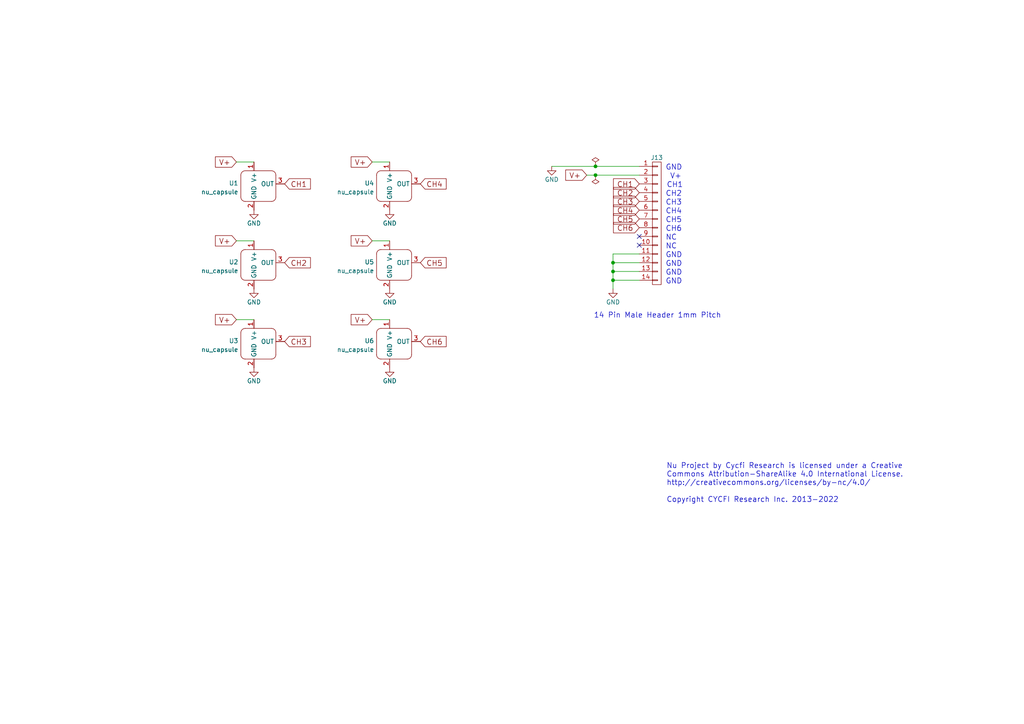
<source format=kicad_sch>
(kicad_sch (version 20211123) (generator eeschema)
  (paper "A4")
  (title_block (title "Nu Multi 6 Output Board") (date "2022-03-14") (rev "v2.52") (company "Document Number: 2021009"))
  (lib_symbols
    (symbol "cycfi_library:conn_1x14" (pin_names (offset 1.016) hide)
      (property "Reference" "J" (at 0 19.05 0))
      (property "Value" "conn_1x14" (at 2.54 0 90))
      (symbol "conn_1x14_0_1"
        (rectangle (start -1.27 -16.383) (end 0.254 -16.637))
        (rectangle (start -1.27 -13.843) (end 0.254 -14.097))
        (rectangle (start -1.27 -11.303) (end 0.254 -11.557))
        (rectangle (start -1.27 -8.763) (end 0.254 -9.017))
        (rectangle (start -1.27 -6.223) (end 0.254 -6.477))
        (rectangle (start -1.27 -3.683) (end 0.254 -3.937))
        (rectangle (start -1.27 -1.143) (end 0.254 -1.397))
        (rectangle (start -1.27 1.397) (end 0.254 1.143))
        (rectangle (start -1.27 3.937) (end 0.254 3.683))
        (rectangle (start -1.27 6.477) (end 0.254 6.223))
        (rectangle (start -1.27 9.017) (end 0.254 8.763))
        (rectangle (start -1.27 11.557) (end 0.254 11.303))
        (rectangle (start -1.27 14.097) (end 0.254 13.843))
        (rectangle (start -1.27 16.637) (end 0.254 16.383))
        (rectangle (start -1.27 17.78) (end 1.27 -17.78))
      )
      (symbol "conn_1x14_1_1"
        (pin passive line (at -5.08 16.51 0) (length 3.81) (name "P1") (number "1"))
        (pin passive line (at -5.08 -6.35 0) (length 3.81) (name "P10") (number "10"))
        (pin passive line (at -5.08 -8.89 0) (length 3.81) (name "P11") (number "11"))
        (pin passive line (at -5.08 -11.43 0) (length 3.81) (name "P12") (number "12"))
        (pin passive line (at -5.08 -13.97 0) (length 3.81) (name "P13") (number "13"))
        (pin passive line (at -5.08 -16.51 0) (length 3.81) (name "P14") (number "14"))
        (pin passive line (at -5.08 13.97 0) (length 3.81) (name "P2") (number "2"))
        (pin passive line (at -5.08 11.43 0) (length 3.81) (name "P3") (number "3"))
        (pin passive line (at -5.08 8.89 0) (length 3.81) (name "P4") (number "4"))
        (pin passive line (at -5.08 6.35 0) (length 3.81) (name "P5") (number "5"))
        (pin passive line (at -5.08 3.81 0) (length 3.81) (name "P6") (number "6"))
        (pin passive line (at -5.08 1.27 0) (length 3.81) (name "P7") (number "7"))
        (pin passive line (at -5.08 -1.27 0) (length 3.81) (name "P8") (number "8"))
        (pin passive line (at -5.08 -3.81 0) (length 3.81) (name "P9") (number "9"))
      )
    )
    (symbol "cycfi_library:nu_capsule"
      (property "Reference" "U" (at 5.08 -7.62 0))
      (property "Value" "nu_capsule" (at 8.89 -10.16 0))
      (symbol "nu_capsule_0_1"
        (arc (start -3.81 -3.81) (mid -3.438 -4.708) (end -2.54 -5.08) (stroke (width 0.1524)))
        (arc (start -2.54 3.81) (mid -3.438 3.438) (end -3.81 2.54) (stroke (width 0.1524)))
        (polyline (pts (xy -3.81 2.54) (xy -3.81 -3.81)) (stroke (width 0.1524)))
        (polyline (pts (xy -2.54 -5.08) (xy 5.08 -5.08)) (stroke (width 0.1524)))
        (polyline (pts (xy -2.54 3.81) (xy 5.08 3.81)) (stroke (width 0.1524)))
        (polyline (pts (xy 6.35 2.54) (xy 6.35 -3.81)) (stroke (width 0.1524)))
        (arc (start 5.08 -5.08) (mid 5.978 -4.708) (end 6.35 -3.81) (stroke (width 0.1524)))
        (arc (start 6.35 2.54) (mid 5.978 3.438) (end 5.08 3.81) (stroke (width 0.1524)))
      )
      (symbol "nu_capsule_1_1"
        (pin power_in line (at 0 6.35 270) (length 2.54) (name "V+") (number "1"))
        (pin power_in line (at 0 -7.62 90) (length 2.54) (name "GND") (number "2"))
        (pin output line (at 8.89 0 180) (length 2.54) (name "OUT") (number "3"))
      )
    )
    (symbol "nu_capsule_1"
      (property "Reference" "U" (at 5.08 -7.62 0))
      (property "Value" "nu_capsule_1" (at 8.89 -10.16 0))
      (symbol "nu_capsule_1_0_1"
        (arc (start -3.81 -3.81) (mid -3.438 -4.708) (end -2.54 -5.08) (stroke (width 0.1524)))
        (arc (start -2.54 3.81) (mid -3.438 3.438) (end -3.81 2.54) (stroke (width 0.1524)))
        (polyline (pts (xy -3.81 2.54) (xy -3.81 -3.81)) (stroke (width 0.1524)))
        (polyline (pts (xy -2.54 -5.08) (xy 5.08 -5.08)) (stroke (width 0.1524)))
        (polyline (pts (xy -2.54 3.81) (xy 5.08 3.81)) (stroke (width 0.1524)))
        (polyline (pts (xy 6.35 2.54) (xy 6.35 -3.81)) (stroke (width 0.1524)))
        (arc (start 5.08 -5.08) (mid 5.978 -4.708) (end 6.35 -3.81) (stroke (width 0.1524)))
        (arc (start 6.35 2.54) (mid 5.978 3.438) (end 5.08 3.81) (stroke (width 0.1524)))
      )
      (symbol "nu_capsule_1_1_1"
        (pin power_in line (at 0 6.35 270) (length 2.54) (name "V+") (number "1"))
        (pin power_in line (at 0 -7.62 90) (length 2.54) (name "GND") (number "2"))
        (pin output line (at 8.89 0 180) (length 2.54) (name "OUT") (number "3"))
      )
    )
    (symbol "nu_capsule_2"
      (property "Reference" "U" (at 5.08 -7.62 0))
      (property "Value" "nu_capsule_2" (at 8.89 -10.16 0))
      (symbol "nu_capsule_2_0_1"
        (arc (start -3.81 -3.81) (mid -3.438 -4.708) (end -2.54 -5.08) (stroke (width 0.1524)))
        (arc (start -2.54 3.81) (mid -3.438 3.438) (end -3.81 2.54) (stroke (width 0.1524)))
        (polyline (pts (xy -3.81 2.54) (xy -3.81 -3.81)) (stroke (width 0.1524)))
        (polyline (pts (xy -2.54 -5.08) (xy 5.08 -5.08)) (stroke (width 0.1524)))
        (polyline (pts (xy -2.54 3.81) (xy 5.08 3.81)) (stroke (width 0.1524)))
        (polyline (pts (xy 6.35 2.54) (xy 6.35 -3.81)) (stroke (width 0.1524)))
        (arc (start 5.08 -5.08) (mid 5.978 -4.708) (end 6.35 -3.81) (stroke (width 0.1524)))
        (arc (start 6.35 2.54) (mid 5.978 3.438) (end 5.08 3.81) (stroke (width 0.1524)))
      )
      (symbol "nu_capsule_2_1_1"
        (pin power_in line (at 0 6.35 270) (length 2.54) (name "V+") (number "1"))
        (pin power_in line (at 0 -7.62 90) (length 2.54) (name "GND") (number "2"))
        (pin output line (at 8.89 0 180) (length 2.54) (name "OUT") (number "3"))
      )
    )
    (symbol "nu_capsule_3"
      (property "Reference" "U" (at 5.08 -7.62 0))
      (property "Value" "nu_capsule_3" (at 8.89 -10.16 0))
      (symbol "nu_capsule_3_0_1"
        (arc (start -3.81 -3.81) (mid -3.438 -4.708) (end -2.54 -5.08) (stroke (width 0.1524)))
        (arc (start -2.54 3.81) (mid -3.438 3.438) (end -3.81 2.54) (stroke (width 0.1524)))
        (polyline (pts (xy -3.81 2.54) (xy -3.81 -3.81)) (stroke (width 0.1524)))
        (polyline (pts (xy -2.54 -5.08) (xy 5.08 -5.08)) (stroke (width 0.1524)))
        (polyline (pts (xy -2.54 3.81) (xy 5.08 3.81)) (stroke (width 0.1524)))
        (polyline (pts (xy 6.35 2.54) (xy 6.35 -3.81)) (stroke (width 0.1524)))
        (arc (start 5.08 -5.08) (mid 5.978 -4.708) (end 6.35 -3.81) (stroke (width 0.1524)))
        (arc (start 6.35 2.54) (mid 5.978 3.438) (end 5.08 3.81) (stroke (width 0.1524)))
      )
      (symbol "nu_capsule_3_1_1"
        (pin power_in line (at 0 6.35 270) (length 2.54) (name "V+") (number "1"))
        (pin power_in line (at 0 -7.62 90) (length 2.54) (name "GND") (number "2"))
        (pin output line (at 8.89 0 180) (length 2.54) (name "OUT") (number "3"))
      )
    )
    (symbol "nu_capsule_4"
      (property "Reference" "U" (at 5.08 -7.62 0))
      (property "Value" "nu_capsule_4" (at 8.89 -10.16 0))
      (symbol "nu_capsule_4_0_1"
        (arc (start -3.81 -3.81) (mid -3.438 -4.708) (end -2.54 -5.08) (stroke (width 0.1524)))
        (arc (start -2.54 3.81) (mid -3.438 3.438) (end -3.81 2.54) (stroke (width 0.1524)))
        (polyline (pts (xy -3.81 2.54) (xy -3.81 -3.81)) (stroke (width 0.1524)))
        (polyline (pts (xy -2.54 -5.08) (xy 5.08 -5.08)) (stroke (width 0.1524)))
        (polyline (pts (xy -2.54 3.81) (xy 5.08 3.81)) (stroke (width 0.1524)))
        (polyline (pts (xy 6.35 2.54) (xy 6.35 -3.81)) (stroke (width 0.1524)))
        (arc (start 5.08 -5.08) (mid 5.978 -4.708) (end 6.35 -3.81) (stroke (width 0.1524)))
        (arc (start 6.35 2.54) (mid 5.978 3.438) (end 5.08 3.81) (stroke (width 0.1524)))
      )
      (symbol "nu_capsule_4_1_1"
        (pin power_in line (at 0 6.35 270) (length 2.54) (name "V+") (number "1"))
        (pin power_in line (at 0 -7.62 90) (length 2.54) (name "GND") (number "2"))
        (pin output line (at 8.89 0 180) (length 2.54) (name "OUT") (number "3"))
      )
    )
    (symbol "nu_capsule_5"
      (property "Reference" "U" (at 5.08 -7.62 0))
      (property "Value" "nu_capsule_5" (at 8.89 -10.16 0))
      (symbol "nu_capsule_5_0_1"
        (arc (start -3.81 -3.81) (mid -3.438 -4.708) (end -2.54 -5.08) (stroke (width 0.1524)))
        (arc (start -2.54 3.81) (mid -3.438 3.438) (end -3.81 2.54) (stroke (width 0.1524)))
        (polyline (pts (xy -3.81 2.54) (xy -3.81 -3.81)) (stroke (width 0.1524)))
        (polyline (pts (xy -2.54 -5.08) (xy 5.08 -5.08)) (stroke (width 0.1524)))
        (polyline (pts (xy -2.54 3.81) (xy 5.08 3.81)) (stroke (width 0.1524)))
        (polyline (pts (xy 6.35 2.54) (xy 6.35 -3.81)) (stroke (width 0.1524)))
        (arc (start 5.08 -5.08) (mid 5.978 -4.708) (end 6.35 -3.81) (stroke (width 0.1524)))
        (arc (start 6.35 2.54) (mid 5.978 3.438) (end 5.08 3.81) (stroke (width 0.1524)))
      )
      (symbol "nu_capsule_5_1_1"
        (pin power_in line (at 0 6.35 270) (length 2.54) (name "V+") (number "1"))
        (pin power_in line (at 0 -7.62 90) (length 2.54) (name "GND") (number "2"))
        (pin output line (at 8.89 0 180) (length 2.54) (name "OUT") (number "3"))
      )
    )
    (symbol "power:GND" (power) (pin_names (offset 0))
      (property "Value" "GND" (at 0 -3.81 0))
      (symbol "GND_0_1"
        (polyline (pts (xy 0 0) (xy 0 -1.27) (xy 1.27 -1.27) (xy 0 -2.54) (xy -1.27 -1.27) (xy 0 -1.27)))
      )
      (symbol "GND_1_1"
        (pin power_in line (at 0 0 270) (length 0) hide (name "GND") (number "1"))
      )
    )
    (symbol "power:PWR_FLAG" (power) (pin_numbers hide) (pin_names (offset 0) hide)
      (property "Value" "PWR_FLAG" (at 0 3.81 0))
      (symbol "PWR_FLAG_0_0"
        (pin power_out line (at 0 0 90) (length 0) (name "pwr") (number "1"))
      )
      (symbol "PWR_FLAG_0_1"
        (polyline (pts (xy 0 0) (xy 0 1.27) (xy -1.016 1.905) (xy 0 2.54) (xy 1.016 1.905) (xy 0 1.27)))
      )
    )
  )
  (junction (at 177.8 81.28))
  (junction (at 172.72 50.8))
  (junction (at 172.72 48.26))
  (junction (at 177.8 76.2))
  (junction (at 177.8 78.74))
  (no_connect (at 185.42 68.58))
  (no_connect (at 185.42 71.12))
  (wire (pts (xy 177.8 78.74) (xy 177.8 81.28)))
  (wire (pts (xy 107.95 69.85) (xy 113.03 69.85)))
  (wire (pts (xy 160.02 48.26) (xy 172.72 48.26)))
  (wire (pts (xy 185.42 81.28) (xy 177.8 81.28)))
  (wire (pts (xy 177.8 76.2) (xy 177.8 78.74)))
  (wire (pts (xy 107.95 46.99) (xy 113.03 46.99)))
  (wire (pts (xy 172.72 50.8) (xy 185.42 50.8)))
  (wire (pts (xy 68.58 46.99) (xy 73.66 46.99)))
  (wire (pts (xy 177.8 73.66) (xy 177.8 76.2)))
  (wire (pts (xy 172.72 48.26) (xy 185.42 48.26)))
  (wire (pts (xy 170.18 50.8) (xy 172.72 50.8)))
  (wire (pts (xy 185.42 78.74) (xy 177.8 78.74)))
  (wire (pts (xy 177.8 81.28) (xy 177.8 83.82)))
  (wire (pts (xy 185.42 76.2) (xy 177.8 76.2)))
  (wire (pts (xy 68.58 69.85) (xy 73.66 69.85)))
  (wire (pts (xy 185.42 73.66) (xy 177.8 73.66)))
  (wire (pts (xy 107.95 92.71) (xy 113.03 92.71)))
  (wire (pts (xy 68.58 92.71) (xy 73.66 92.71)))
  (text "NC" (at 193.04 72.39 0) (effects (font (size 1.524 1.524)) (justify left bottom)))
  (text "GND" (at 193.04 77.47 0) (effects (font (size 1.524 1.524)) (justify left bottom)))
  (text "CH4" (at 193.04 62.23 0) (effects (font (size 1.524 1.524)) (justify left bottom)))
  (text "GND" (at 193.04 82.55 0) (effects (font (size 1.524 1.524)) (justify left bottom)))
  (text "14 Pin Male Header 1mm Pitch" (at 172.212 92.456 0) (effects (font (size 1.524 1.524)) (justify left bottom)))
  (text "GND" (at 193.04 74.93 0) (effects (font (size 1.524 1.524)) (justify left bottom)))
  (text "CH3" (at 193.04 59.69 0) (effects (font (size 1.524 1.524)) (justify left bottom)))
  (text "GND" (at 193.04 49.53 0) (effects (font (size 1.524 1.524)) (justify left bottom)))
  (text "NC" (at 193.04 69.85 0) (effects (font (size 1.524 1.524)) (justify left bottom)))
  (text "V+\n" (at 194.31 52.07 0) (effects (font (size 1.524 1.524)) (justify left bottom)))
  (text "GND" (at 193.04 80.01 0) (effects (font (size 1.524 1.524)) (justify left bottom)))
  (text "CH2" (at 193.04 57.15 0) (effects (font (size 1.524 1.524)) (justify left bottom)))
  (text "CH6" (at 193.04 67.31 0) (effects (font (size 1.524 1.524)) (justify left bottom)))
  (text "CH1" (at 198.12 54.61 180) (effects (font (size 1.524 1.524)) (justify right bottom)))
  (text "Nu Project by Cycfi Research is licensed under a Creative \nCommons Attribution-ShareAlike 4.0 International License. \nhttp://creativecommons.org/licenses/by-nc/4.0/\n\nCopyright CYCFI Research Inc. 2013-2022" (at 193.294 145.923 0) (effects (font (size 1.524 1.524)) (justify left bottom)))
  (text "CH5" (at 193.04 64.77 0) (effects (font (size 1.524 1.524)) (justify left bottom)))
  (global_label "CH2" (shape input) (at 82.55 76.2 0) (effects (font (size 1.524 1.524))) (property "Intersheet References" "${INTERSHEET_REFS}" (effects hide)))
  (global_label "V+" (shape input) (at 68.58 69.85 180) (effects (font (size 1.524 1.524))) (property "Intersheet References" "${INTERSHEET_REFS}" (effects hide)))
  (global_label "CH6" (shape input) (at 185.42 66.04 180) (effects (font (size 1.524 1.524))) (property "Intersheet References" "${INTERSHEET_REFS}" (effects hide)))
  (global_label "CH4" (shape input) (at 185.42 60.96 180) (effects (font (size 1.524 1.524))) (property "Intersheet References" "${INTERSHEET_REFS}" (effects hide)))
  (global_label "CH4" (shape input) (at 121.92 53.34 0) (effects (font (size 1.524 1.524))) (property "Intersheet References" "${INTERSHEET_REFS}" (effects hide)))
  (global_label "CH2" (shape input) (at 185.42 55.88 180) (effects (font (size 1.524 1.524))) (property "Intersheet References" "${INTERSHEET_REFS}" (effects hide)))
  (global_label "V+" (shape input) (at 68.58 92.71 180) (effects (font (size 1.524 1.524))) (property "Intersheet References" "${INTERSHEET_REFS}" (effects hide)))
  (global_label "CH5" (shape input) (at 185.42 63.5 180) (effects (font (size 1.524 1.524))) (property "Intersheet References" "${INTERSHEET_REFS}" (effects hide)))
  (global_label "CH3" (shape input) (at 185.42 58.42 180) (effects (font (size 1.524 1.524))) (property "Intersheet References" "${INTERSHEET_REFS}" (effects hide)))
  (global_label "V+" (shape input) (at 107.95 46.99 180) (effects (font (size 1.524 1.524))) (property "Intersheet References" "${INTERSHEET_REFS}" (effects hide)))
  (global_label "CH1" (shape input) (at 185.42 53.34 180) (effects (font (size 1.524 1.524))) (property "Intersheet References" "${INTERSHEET_REFS}" (effects hide)))
  (global_label "CH1" (shape input) (at 82.55 53.34 0) (effects (font (size 1.524 1.524))) (property "Intersheet References" "${INTERSHEET_REFS}" (effects hide)))
  (global_label "CH3" (shape input) (at 82.55 99.06 0) (effects (font (size 1.524 1.524))) (property "Intersheet References" "${INTERSHEET_REFS}" (effects hide)))
  (global_label "V+" (shape input) (at 170.18 50.8 180) (effects (font (size 1.524 1.524))) (property "Intersheet References" "${INTERSHEET_REFS}" (effects hide)))
  (global_label "CH5" (shape input) (at 121.92 76.2 0) (effects (font (size 1.524 1.524))) (property "Intersheet References" "${INTERSHEET_REFS}" (effects hide)))
  (global_label "CH6" (shape input) (at 121.92 99.06 0) (effects (font (size 1.524 1.524))) (property "Intersheet References" "${INTERSHEET_REFS}" (effects hide)))
  (global_label "V+" (shape input) (at 107.95 92.71 180) (effects (font (size 1.524 1.524))) (property "Intersheet References" "${INTERSHEET_REFS}" (effects hide)))
  (global_label "V+" (shape input) (at 107.95 69.85 180) (effects (font (size 1.524 1.524))) (property "Intersheet References" "${INTERSHEET_REFS}" (effects hide)))
  (global_label "V+" (shape input) (at 68.58 46.99 180) (effects (font (size 1.524 1.524))) (property "Intersheet References" "${INTERSHEET_REFS}" (effects hide)))
  (symbol (lib_id "cycfi_library:conn_1x14") (at 190.5 64.77 0) (unit 1)
    (property "Reference" "J13" (at 190.5 45.72 0))
    (property "Value" "CONN_01X14" (effects hide))
    (property "Footprint" "cycfi_library:pin_header_2x7p_1.00mm_smd_vertical" (effects hide))
  )
  (symbol (lib_id "power:GND") (at 160.02 48.26 0) (unit 1)
    (property "Reference" "#PWR01" (effects hide))
    (property "Value" "GND" (at 160.02 52.07 0))
  )
  (symbol (lib_id "power:GND") (at 177.8 83.82 0) (unit 1)
    (property "Reference" "#PWR014" (effects hide))
    (property "Value" "GND" (at 177.8 87.63 0))
  )
  (symbol (lib_name "nu_capsule_3") (lib_id "cycfi_library:nu_capsule") (at 73.66 53.34 0) (unit 1)
    (property "Reference" "U1" (at 69.1389 53.1403 0) (effects (justify right)))
    (property "Value" "nu_capsule" (at 69.1389 55.6772 0) (effects (justify right)))
    (property "Footprint" "cycfi_library:nu_capsule" (effects hide))
  )
  (symbol (lib_id "power:GND") (at 113.03 83.82 0) (unit 1)
    (property "Reference" "#PWR06" (effects hide))
    (property "Value" "GND" (at 113.03 87.63 0))
  )
  (symbol (lib_id "power:PWR_FLAG") (at 172.72 50.8 180) (unit 1)
    (property "Reference" "#FLG02" (effects hide))
    (property "Value" "PWR_FLAG" (effects hide))
  )
  (symbol (lib_id "power:GND") (at 113.03 60.96 0) (unit 1)
    (property "Reference" "#PWR05" (effects hide))
    (property "Value" "GND" (at 113.03 64.77 0))
  )
  (symbol (lib_id "power:GND") (at 73.66 83.82 0) (unit 1)
    (property "Reference" "#PWR03" (effects hide))
    (property "Value" "GND" (at 73.66 87.63 0))
  )
  (symbol (lib_name "nu_capsule_2") (lib_id "cycfi_library:nu_capsule") (at 73.66 99.06 0) (unit 1)
    (property "Reference" "U3" (at 69.1389 98.8603 0) (effects (justify right)))
    (property "Value" "nu_capsule" (at 69.1389 101.3972 0) (effects (justify right)))
    (property "Footprint" "cycfi_library:nu_capsule" (effects hide))
  )
  (symbol (lib_id "power:GND") (at 73.66 106.68 0) (unit 1)
    (property "Reference" "#PWR04" (effects hide))
    (property "Value" "GND" (at 73.66 110.49 0))
  )
  (symbol (lib_name "nu_capsule_5") (lib_id "cycfi_library:nu_capsule") (at 113.03 76.2 0) (unit 1)
    (property "Reference" "U5" (at 108.5089 76.0003 0) (effects (justify right)))
    (property "Value" "nu_capsule" (at 108.5089 78.5372 0) (effects (justify right)))
    (property "Footprint" "cycfi_library:nu_capsule" (effects hide))
  )
  (symbol (lib_name "nu_capsule_1") (lib_id "cycfi_library:nu_capsule") (at 113.03 53.34 0) (unit 1)
    (property "Reference" "U4" (at 108.5089 53.1403 0) (effects (justify right)))
    (property "Value" "nu_capsule" (at 108.5089 55.6772 0) (effects (justify right)))
    (property "Footprint" "cycfi_library:nu_capsule" (effects hide))
  )
  (symbol (lib_id "cycfi_library:nu_capsule") (at 113.03 99.06 0) (unit 1)
    (property "Reference" "U6" (at 108.5089 98.8603 0) (effects (justify right)))
    (property "Value" "nu_capsule" (at 108.5089 101.3972 0) (effects (justify right)))
    (property "Footprint" "cycfi_library:nu_capsule" (effects hide))
  )
  (symbol (lib_id "power:PWR_FLAG") (at 172.72 48.26 0) (unit 1)
    (property "Reference" "#FLG01" (effects hide))
    (property "Value" "PWR_FLAG" (effects hide))
  )
  (symbol (lib_name "nu_capsule_4") (lib_id "cycfi_library:nu_capsule") (at 73.66 76.2 0) (unit 1)
    (property "Reference" "U2" (at 69.1389 76.0003 0) (effects (justify right)))
    (property "Value" "nu_capsule" (at 69.1389 78.5372 0) (effects (justify right)))
    (property "Footprint" "cycfi_library:nu_capsule" (effects hide))
  )
  (symbol (lib_id "power:GND") (at 73.66 60.96 0) (unit 1)
    (property "Reference" "#PWR02" (effects hide))
    (property "Value" "GND" (at 73.66 64.77 0))
  )
  (symbol (lib_id "power:GND") (at 113.03 106.68 0) (unit 1)
    (property "Reference" "#PWR07" (effects hide))
    (property "Value" "GND" (at 113.03 110.49 0))
  )
)
</source>
